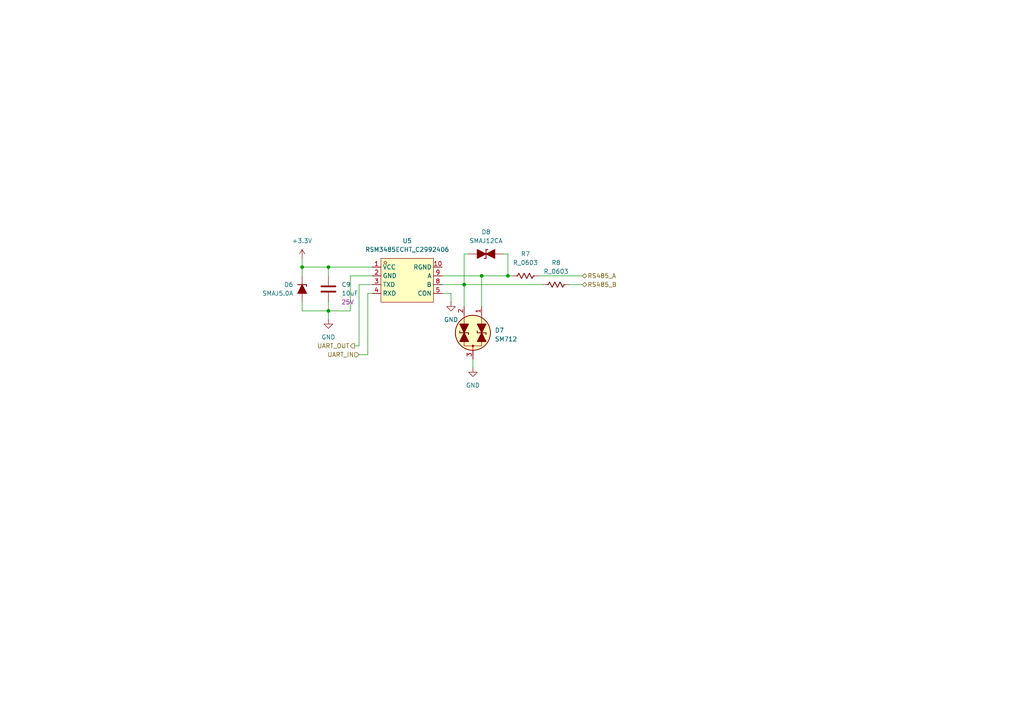
<source format=kicad_sch>
(kicad_sch (version 20250114) (generator "eeschema") (generator_version "9.0")
  (paper "A4")
  (lib_symbols
    (symbol "EasyEDA:+3.3V" (power) (pin_numbers (hide yes)) (pin_names (offset 0) (hide yes))
      (property "Value" "+3.3V" (at 0 3.556 0))
      (symbol "+3.3V_0_1"
        (polyline (pts (xy -0.762 1.27) (xy 0 2.54)))
        (polyline (pts (xy 0 2.54) (xy 0.762 1.27)))
        (polyline (pts (xy 0 0) (xy 0 2.54)))
      )
      (symbol "+3.3V_1_1"
        (pin power_in line (at 0 0 90) (length 0) (name "~") (number "1"))
      )
    )
    (symbol "EasyEDA:C_0603" (pin_numbers (hide yes)) (pin_names (offset 0.254))
      (property "Reference" "C" (at 0.635 2.54 0))
      (property "Value" "C_0603" (at 0.635 -2.54 0))
      (symbol "C_0603_0_1"
        (polyline (pts (xy -2.032 0.762) (xy 2.032 0.762)) (stroke (width 0.508)))
        (polyline (pts (xy -2.032 -0.762) (xy 2.032 -0.762)) (stroke (width 0.508)))
      )
      (symbol "C_0603_0_2"
        (polyline (pts (xy -2.54 -2.54) (xy -0.381 -0.381)))
        (polyline (pts (xy -0.508 -0.508) (xy -1.651 0.635)) (stroke (width 0.508)))
        (polyline (pts (xy -0.508 -0.508) (xy 0.635 -1.651)) (stroke (width 0.508)))
        (polyline (pts (xy 0.381 0.381) (xy 2.54 2.54)))
        (polyline (pts (xy 0.508 0.508) (xy -0.635 1.651)) (stroke (width 0.508)))
        (polyline (pts (xy 0.508 0.508) (xy 1.651 -0.635)) (stroke (width 0.508)))
      )
      (symbol "C_0603_1_1"
        (pin passive line (at 0 3.81 270) (length 2.794) (name "~") (number "1"))
        (pin passive line (at 0 -3.81 90) (length 2.794) (name "~") (number "2"))
      )
      (symbol "C_0603_1_2"
        (pin passive line (at -2.54 -2.54 90) (length 0) (name "~") (number "2"))
        (pin passive line (at 2.54 2.54 270) (length 0) (name "~") (number "1"))
      )
    )
    (symbol "EasyEDA:GND" (power) (pin_numbers (hide yes)) (pin_names (offset 0) (hide yes))
      (property "Value" "GND" (at 0 -3.81 0))
      (symbol "GND_0_1"
        (polyline (pts (xy 0 0) (xy 0 -1.27) (xy 1.27 -1.27) (xy 0 -2.54) (xy -1.27 -1.27) (xy 0 -1.27)))
      )
      (symbol "GND_1_1"
        (pin power_in line (at 0 0 270) (length 0) (name "~") (number "1"))
      )
    )
    (symbol "EasyEDA:RSM3485ECHT_C2992406"
      (property "Reference" "U" (at 0 8.89 0))
      (property "Value" "RSM3485ECHT_C2992406" (at 0 -8.89 0))
      (symbol "RSM3485ECHT_C2992406_0_1"
        (rectangle (start -7.62 6.35) (end 7.62 -6.35) (fill (type background)))
        (circle (center -6.35 5.08) (radius 0.38))
        (pin unspecified line (at -10.16 3.81 0) (length 2.54) (name "VCC") (number "1"))
        (pin unspecified line (at -10.16 1.27 0) (length 2.54) (name "GND") (number "2"))
        (pin unspecified line (at -10.16 -1.27 0) (length 2.54) (name "TXD") (number "3"))
        (pin unspecified line (at -10.16 -3.81 0) (length 2.54) (name "RXD") (number "4"))
        (pin unspecified line (at 10.16 3.81 180) (length 2.54) (name "RGND") (number "10"))
        (pin unspecified line (at 10.16 1.27 180) (length 2.54) (name "A") (number "9"))
        (pin unspecified line (at 10.16 -1.27 180) (length 2.54) (name "B") (number "8"))
        (pin unspecified line (at 10.16 -3.81 180) (length 2.54) (name "CON") (number "5"))
      )
    )
    (symbol "EasyEDA:R_0603" (pin_numbers (hide yes)) (pin_names (offset 0))
      (property "Reference" "R" (at 2.54 1.27 0))
      (property "Value" "R_0603" (at 2.54 -1.27 0))
      (symbol "R_0603_0_1"
        (polyline (pts (xy 0 2.286) (xy 0 2.54)) (stroke (width 0.254)))
        (polyline (pts (xy 0 2.286) (xy 0.762 1.905) (xy -0.762 1.143) (xy 0 0.762) (xy 0.762 0.381) (xy 0 0) (xy -0.762 -0.381) (xy 0 -0.762) (xy 0.762 -1.143) (xy 0 -1.524) (xy -0.762 -1.905) (xy 0 -2.286)) (stroke (width 0.254)))
        (polyline (pts (xy 0 -2.286) (xy 0 -2.54)) (stroke (width 0.254)))
      )
      (symbol "R_0603_0_2"
        (polyline (pts (xy -2.54 -2.54) (xy -1.778 -1.778)))
        (polyline (pts (xy -1.778 -1.778) (xy -1.524 -1.524)) (stroke (width 0.254)))
        (polyline (pts (xy -1.524 -1.524) (xy -1.778 -0.762) (xy -1.016 -1.016)) (stroke (width 0.254)))
        (polyline (pts (xy -0.508 -0.508) (xy -0.762 0.254) (xy 0 0)) (stroke (width 0.254)))
        (polyline (pts (xy -0.508 -0.508) (xy -0.254 -1.27) (xy -1.016 -1.016)) (stroke (width 0.254)))
        (polyline (pts (xy 0.508 0.508) (xy 0.254 1.27) (xy 1.016 1.016)) (stroke (width 0.254)))
        (polyline (pts (xy 0.508 0.508) (xy 0.762 -0.254) (xy 0 0)) (stroke (width 0.254)))
        (polyline (pts (xy 1.524 1.524) (xy 1.778 0.762) (xy 1.016 1.016)) (stroke (width 0.254)))
        (polyline (pts (xy 1.778 1.778) (xy 1.524 1.524)) (stroke (width 0.254)))
        (polyline (pts (xy 1.778 1.778) (xy 2.54 2.54)))
      )
      (symbol "R_0603_1_1"
        (pin passive line (at 0 3.81 270) (length 1.27) (name "~") (number "1"))
        (pin passive line (at 0 -3.81 90) (length 1.27) (name "~") (number "2"))
      )
      (symbol "R_0603_1_2"
        (pin passive line (at -2.54 -2.54 0) (length 0) (name "") (number "2"))
        (pin passive line (at 2.54 2.54 180) (length 0) (name "") (number "1"))
      )
    )
    (symbol "EasyEDA:SM712" (pin_names (offset 1.016) (hide yes))
      (property "Reference" "D" (at 0 8.89 0))
      (property "Value" "SM712" (at 0 6.35 0))
      (symbol "SM712_0_1"
        (polyline (pts (xy -6.35 0) (xy -3.81 0)))
        (circle (center -3.81 0) (radius 0.254) (fill (type outline)))
        (polyline (pts (xy -2.54 2.54) (xy -3.81 2.54) (xy -3.81 -2.54) (xy -2.54 -2.54)))
        (circle (center 0 0) (radius 5.08) (stroke (width 0.254)) (fill (type background)))
        (polyline (pts (xy 2.54 2.54) (xy 5.08 2.54)))
        (polyline (pts (xy 2.54 -2.54) (xy 5.08 -2.54)))
      )
      (symbol "SM712_0_2"
        (polyline (pts (xy -2.54 5.08) (xy -2.54 -5.08)) (stroke (width 0.254)))
        (polyline (pts (xy -2.54 0) (xy 0 0)))
        (polyline (pts (xy 0 6.35) (xy 0 7.62)))
        (arc (start -2.54 5.08) (mid 0 7.5976) (end 2.54 5.08) (stroke (width 0.254)))
        (polyline (pts (xy 0 1.27) (xy 0 -1.27)))
        (circle (center 0 0) (radius 0.254) (fill (type outline)))
        (arc (start 2.54 -5.08) (mid 0 -7.5976) (end -2.54 -5.08) (stroke (width 0.254)))
        (polyline (pts (xy 0 -6.35) (xy 0 -7.62)))
        (polyline (pts (xy 0 -7.62) (xy -1.016 -7.366) (xy -1.778 -6.858) (xy -2.286 -6.096) (xy -2.54 -5.588) (xy -2.54 5.334) (xy -2.286 6.096) (xy -2.032 6.604) (xy -1.524 7.112) (xy -0.254 7.62) (xy 0.254 7.62) (xy 1.524 7.112) (xy 2.032 6.604) (xy 2.286 6.096) (xy 2.54 5.334) (xy 2.54 0.254) (xy 2.54 -5.334) (xy 2.286 -6.096) (xy 2.032 -6.604) (xy 1.524 -7.112) (xy 1.016 -7.366) (xy 0 -7.62)) (stroke (width 0.01)) (fill (type background)))
        (polyline (pts (xy 2.54 -5.08) (xy 2.54 5.08)) (stroke (width 0.254)))
      )
      (symbol "SM712_1_1"
        (polyline (pts (xy -2.54 1.27) (xy -2.54 3.81) (xy 0 2.54) (xy -2.54 1.27)) (stroke (width 0.254)) (fill (type outline)))
        (polyline (pts (xy -2.54 -3.81) (xy -2.54 -1.27) (xy 0 -2.54) (xy -2.54 -3.81)) (stroke (width 0.254)) (fill (type outline)))
        (polyline (pts (xy -1.27 2.54) (xy 1.27 2.54)))
        (polyline (pts (xy -1.27 -2.54) (xy 1.27 -2.54)))
        (polyline (pts (xy 0 3.81) (xy 0.508 3.81)) (stroke (width 0.254)))
        (polyline (pts (xy 0 2.54) (xy 2.54 1.27) (xy 2.54 3.81) (xy 0 2.54)) (stroke (width 0.254)) (fill (type outline)))
        (polyline (pts (xy 0 1.27) (xy -0.508 1.27)) (stroke (width 0.254)))
        (polyline (pts (xy 0 1.27) (xy 0 3.81)) (stroke (width 0.254)))
        (polyline (pts (xy 0 -1.27) (xy 0.508 -1.27)) (stroke (width 0.254)))
        (polyline (pts (xy 0 -2.54) (xy 2.54 -3.81) (xy 2.54 -1.27) (xy 0 -2.54)) (stroke (width 0.254)) (fill (type outline)))
        (polyline (pts (xy 0 -3.81) (xy -0.508 -3.81)) (stroke (width 0.254)))
        (polyline (pts (xy 0 -3.81) (xy 0 -1.27)) (stroke (width 0.254)))
        (pin passive line (at -7.62 0 0) (length 2.54) (name "Com") (number "3"))
        (pin passive line (at 7.62 2.54 180) (length 2.54) (name "A2") (number "2"))
        (pin passive line (at 7.62 -2.54 180) (length 2.54) (name "A1") (number "1"))
      )
      (symbol "SM712_1_2"
        (polyline (pts (xy -1.27 3.81) (xy -1.27 4.318)) (stroke (width 0.254)))
        (polyline (pts (xy -1.27 -3.81) (xy -1.27 -3.302)) (stroke (width 0.254)))
        (polyline (pts (xy 0 3.81) (xy 1.27 6.35) (xy -1.27 6.35) (xy 0 3.81)) (stroke (width 0.254)) (fill (type outline)))
        (polyline (pts (xy 0 -3.81) (xy 1.27 -1.27) (xy -1.27 -1.27) (xy 0 -3.81)) (stroke (width 0.254)) (fill (type outline)))
        (polyline (pts (xy 1.27 3.81) (xy -1.27 3.81)) (stroke (width 0.254)))
        (polyline (pts (xy 1.27 3.81) (xy 1.27 3.302)) (stroke (width 0.254)))
        (polyline (pts (xy 1.27 1.27) (xy -1.27 1.27) (xy 0 3.81) (xy 1.27 1.27)) (stroke (width 0.254)) (fill (type outline)))
        (polyline (pts (xy 1.27 -3.81) (xy -1.27 -3.81)) (stroke (width 0.254)))
        (polyline (pts (xy 1.27 -3.81) (xy 1.27 -4.318)) (stroke (width 0.254)))
        (polyline (pts (xy 1.27 -6.35) (xy -1.27 -6.35) (xy 0 -3.81) (xy 1.27 -6.35)) (stroke (width 0.254)) (fill (type outline)))
        (pin passive line (at -5.08 0 0) (length 2.54) (name "Com") (number "3"))
        (pin passive line (at 0 10.16 270) (length 2.54) (name "A2") (number "2"))
        (pin passive line (at 0 -10.16 90) (length 2.54) (name "A1") (number "1"))
      )
    )
    (symbol "EasyEDA:SMAJ12CA" (pin_numbers (hide yes)) (pin_names (offset 1.016) (hide yes))
      (property "Reference" "D" (at 0 5.08 0))
      (property "Value" "SMAJ12CA" (at 0 2.54 0))
      (symbol "SMAJ12CA_0_1"
        (polyline (pts (xy 0 1.27) (xy 0 -1.27)) (stroke (width 0.254)))
        (polyline (pts (xy 0 1.27) (xy 0.508 1.27)) (stroke (width 0.254)))
        (polyline (pts (xy 0 0) (xy -2.54 1.27) (xy -2.54 -1.27) (xy 0 0)) (stroke (width 0.254)) (fill (type outline)))
        (polyline (pts (xy 0 -1.27) (xy -0.508 -1.27)) (stroke (width 0.254)))
        (polyline (pts (xy 1.27 0) (xy -1.27 0)))
        (polyline (pts (xy 2.54 1.27) (xy 2.54 -1.27) (xy 0 0) (xy 2.54 1.27)) (stroke (width 0.254)) (fill (type outline)))
      )
      (symbol "SMAJ12CA_0_2"
        (polyline (pts (xy -3.81 -3.81) (xy 3.81 3.81)))
        (polyline (pts (xy -1.778 -1.778) (xy -2.667 -0.889) (xy 0 0) (xy -0.889 -2.667) (xy -1.778 -1.778)) (stroke (width 0.254)) (fill (type outline)))
        (polyline (pts (xy -0.889 0.889) (xy -1.27 0.508)) (stroke (width 0.254)))
        (polyline (pts (xy -0.889 0.889) (xy 0.889 -0.889)) (stroke (width 0.254)))
        (polyline (pts (xy 0.889 -0.889) (xy 1.27 -0.508)) (stroke (width 0.254)))
        (polyline (pts (xy 1.778 1.778) (xy 2.667 0.889) (xy 0 0) (xy 0.889 2.667) (xy 1.778 1.778)) (stroke (width 0.254)) (fill (type outline)))
      )
      (symbol "SMAJ12CA_1_1"
        (pin passive line (at -5.08 0 0) (length 2.54) (name "K") (number "1"))
        (pin passive line (at 5.08 0 180) (length 2.54) (name "A") (number "2"))
      )
      (symbol "SMAJ12CA_1_2"
        (pin passive line (at -3.81 -3.81 0) (length 0) (name "A") (number "2"))
        (pin passive line (at 3.81 3.81 180) (length 0) (name "K") (number "1"))
      )
    )
    (symbol "EasyEDA:SMAJ5.0A" (pin_numbers (hide yes)) (pin_names (offset 1.016) (hide yes))
      (property "Reference" "D" (at 0 5.08 0))
      (property "Value" "SMAJ5.0A" (at 0 2.54 0))
      (symbol "SMAJ5.0A_0_1"
        (polyline (pts (xy -1.27 1.27) (xy -1.27 -1.27) (xy 1.27 0) (xy -1.27 1.27)) (stroke (width 0.254)) (fill (type outline)))
        (polyline (pts (xy -1.27 0) (xy 1.27 0)))
        (polyline (pts (xy 1.27 1.27) (xy 0.762 1.27)) (stroke (width 0.254)))
        (polyline (pts (xy 1.27 -1.27) (xy 1.27 1.27)) (stroke (width 0.254)))
      )
      (symbol "SMAJ5.0A_0_2"
        (polyline (pts (xy -2.54 -2.54) (xy 2.54 2.54)))
        (polyline (pts (xy -0.889 -0.889) (xy -1.778 0) (xy 0.889 0.889) (xy 0 -1.778) (xy -0.889 -0.889)) (stroke (width 0.254)) (fill (type outline)))
        (polyline (pts (xy 0 1.778) (xy -0.381 1.397)) (stroke (width 0.254)))
        (polyline (pts (xy 0 1.778) (xy 1.778 0)) (stroke (width 0.254)))
      )
      (symbol "SMAJ5.0A_1_1"
        (pin passive line (at -3.81 0 0) (length 2.54) (name "A") (number "2"))
        (pin passive line (at 3.81 0 180) (length 2.54) (name "K") (number "1"))
      )
      (symbol "SMAJ5.0A_1_2"
        (pin passive line (at -2.54 -2.54 0) (length 0) (name "A") (number "2"))
        (pin passive line (at 2.54 2.54 180) (length 0) (name "K") (number "1"))
      )
    )
  )
  (junction (at 134.62 82.55))
  (junction (at 87.63 77.47))
  (junction (at 95.25 77.47))
  (junction (at 139.7 80.01))
  (junction (at 147.32 80.01))
  (junction (at 95.25 90.17))
  (wire (pts (xy 87.63 74.93) (xy 87.63 77.47)))
  (wire (pts (xy 87.63 77.47) (xy 95.25 77.47)))
  (wire (pts (xy 139.7 80.01) (xy 139.7 88.9)))
  (wire (pts (xy 95.25 92.71) (xy 95.25 90.17)))
  (wire (pts (xy 104.14 82.55) (xy 104.14 100.33)))
  (wire (pts (xy 128.27 82.55) (xy 134.62 82.55)))
  (wire (pts (xy 87.63 77.47) (xy 87.63 80.01)))
  (wire (pts (xy 134.62 73.66) (xy 134.62 82.55)))
  (wire (pts (xy 106.68 85.09) (xy 107.95 85.09)))
  (wire (pts (xy 130.81 87.63) (xy 130.81 85.09)))
  (wire (pts (xy 134.62 88.9) (xy 134.62 82.55)))
  (wire (pts (xy 87.63 87.63) (xy 87.63 90.17)))
  (wire (pts (xy 106.68 102.87) (xy 106.68 85.09)))
  (wire (pts (xy 128.27 80.01) (xy 139.7 80.01)))
  (wire (pts (xy 135.89 73.66) (xy 134.62 73.66)))
  (wire (pts (xy 147.32 80.01) (xy 148.59 80.01)))
  (wire (pts (xy 101.6 80.01) (xy 107.95 80.01)))
  (wire (pts (xy 104.14 102.87) (xy 106.68 102.87)))
  (wire (pts (xy 104.14 82.55) (xy 107.95 82.55)))
  (wire (pts (xy 130.81 85.09) (xy 128.27 85.09)))
  (wire (pts (xy 95.25 77.47) (xy 95.25 80.01)))
  (wire (pts (xy 137.16 104.14) (xy 137.16 106.68)))
  (wire (pts (xy 95.25 77.47) (xy 107.95 77.47)))
  (wire (pts (xy 146.05 73.66) (xy 147.32 73.66)))
  (wire (pts (xy 147.32 73.66) (xy 147.32 80.01)))
  (wire (pts (xy 165.1 82.55) (xy 168.91 82.55)))
  (wire (pts (xy 95.25 87.63) (xy 95.25 90.17)))
  (wire (pts (xy 102.87 100.33) (xy 104.14 100.33)))
  (wire (pts (xy 139.7 80.01) (xy 147.32 80.01)))
  (wire (pts (xy 134.62 82.55) (xy 157.48 82.55)))
  (wire (pts (xy 87.63 90.17) (xy 95.25 90.17)))
  (wire (pts (xy 95.25 90.17) (xy 101.6 90.17)))
  (wire (pts (xy 101.6 90.17) (xy 101.6 80.01)))
  (wire (pts (xy 156.21 80.01) (xy 168.91 80.01)))
  (hierarchical_label "RS485_A" (shape bidirectional) (at 168.91 80.01 0))
  (hierarchical_label "RS485_B" (shape bidirectional) (at 168.91 82.55 0))
  (hierarchical_label "UART_IN" (shape input) (at 104.14 102.87 180))
  (hierarchical_label "UART_OUT" (shape output) (at 102.87 100.33 180))
  (symbol (lib_id "EasyEDA:C_0603") (at 95.25 83.82 0) (unit 1)
    (property "Reference" "C9" (at 99.06 82.5499 0) (effects (justify left)))
    (property "Value" "10uF" (at 99.06 85.0899 0) (effects (justify left)))
    (property "Footprint" "PCM_Capacitor_SMD_AKL:C_0603_1608Metric" (effects (hide yes)))
    (property "Description" "SMD 0603 MLCC capacitor, Alternate KiCad Library" (effects (hide yes)))
    (property "Vol" "25V" (at 100.838 87.63 0))
  )
  (symbol (lib_id "EasyEDA:GND") (at 137.16 106.68 0) (unit 1)
    (property "Reference" "#PWR025" (effects (hide yes)))
    (property "Value" "GND" (at 137.16 111.76 0))
    (property "Description" "Power symbol creates a global label with name \"GND\" , ground" (effects (hide yes)))
  )
  (symbol (lib_id "EasyEDA:SMAJ5.0A") (at 87.63 83.82 270) (mirror x) (unit 1)
    (property "Reference" "D6" (at 85.09 82.5499 90) (effects (justify right)))
    (property "Value" "SMAJ5.0A" (at 85.09 85.0899 90) (effects (justify right)))
    (property "Footprint" "PCM_Diode_SMD_AKL:D_SMA" (effects (hide yes)))
    (property "Datasheet" "https://www.tme.eu/Document/dbc72d81c249fe51b6ab42300e8e06d0/SMAJ_ser.pdf" (effects (hide yes)))
    (property "Description" "SMA Unidirectional TVS diode, 5V, 400W, Alternate KiCAD Library" (effects (hide yes)))
  )
  (symbol (lib_id "EasyEDA:SM712") (at 137.16 96.52 90) (unit 1)
    (property "Reference" "D7" (at 143.51 95.8214 90) (effects (justify right)))
    (property "Value" "SM712" (at 143.51 98.3614 90) (effects (justify right)))
    (property "Footprint" "PCM_Package_TO_SOT_SMD_AKL:SOT-23" (effects (hide yes)))
    (property "Datasheet" "https://www.tme.eu/Document/75933fc1842e5f5f3391c0542bf992c7/SM712.pdf" (effects (hide yes)))
    (property "Description" "SOT-23 Dual bidirectional TVS diode, 12V/7V, 600W, Alternate KiCAD Library" (effects (hide yes)))
  )
  (symbol (lib_id "EasyEDA:R_0603") (at 152.4 80.01 90) (unit 1)
    (property "Reference" "R7" (at 152.4 73.66 90))
    (property "Value" "R_0603" (at 152.4 76.2 90))
    (property "Footprint" "PCM_Resistor_SMD_AKL:R_0603_1608Metric" (effects (hide yes)))
    (property "Description" "SMD 0603 Chip Resistor, US Symbol, Alternate KiCad Library" (effects (hide yes)))
  )
  (symbol (lib_id "EasyEDA:SMAJ12CA") (at 140.97 73.66 0) (unit 1)
    (property "Reference" "D8" (at 140.97 67.31 0))
    (property "Value" "SMAJ12CA" (at 140.97 69.85 0))
    (property "Footprint" "PCM_Diode_SMD_AKL:D_SMA_TVS" (effects (hide yes)))
    (property "Datasheet" "https://www.tme.eu/Document/dbc72d81c249fe51b6ab42300e8e06d0/SMAJ_ser.pdf" (effects (hide yes)))
    (property "Description" "SMA Bidirectional TVS Diode, 12V, 400W, Alternate KiCAD Library" (effects (hide yes)))
  )
  (symbol (lib_id "EasyEDA:GND") (at 95.25 92.71 0) (unit 1)
    (property "Reference" "#PWR023" (effects (hide yes)))
    (property "Value" "GND" (at 95.25 97.79 0))
    (property "Description" "Power symbol creates a global label with name \"GND\" , ground" (effects (hide yes)))
  )
  (symbol (lib_id "EasyEDA:RSM3485ECHT_C2992406") (at 118.11 81.28 0) (unit 1)
    (property "Reference" "U5" (at 118.11 69.85 0))
    (property "Value" "RSM3485ECHT_C2992406" (at 118.11 72.39 0))
    (property "Footprint" "EasyEDA:COMM-TH_8P-L19.5-W16.5-P2.54-BL" (effects (hide yes)))
    (property "LCSC Part" "C2992406" (effects (hide yes)))
  )
  (symbol (lib_id "EasyEDA:R_0603") (at 161.29 82.55 90) (unit 1)
    (property "Reference" "R8" (at 161.29 76.2 90))
    (property "Value" "R_0603" (at 161.29 78.74 90))
    (property "Footprint" "PCM_Resistor_SMD_AKL:R_0603_1608Metric" (effects (hide yes)))
    (property "Description" "SMD 0603 Chip Resistor, US Symbol, Alternate KiCad Library" (effects (hide yes)))
  )
  (symbol (lib_id "EasyEDA:+3.3V") (at 87.63 74.93 0) (unit 1)
    (property "Reference" "#PWR022" (effects (hide yes)))
    (property "Value" "+3.3V" (at 87.63 69.85 0))
    (property "Description" "Power symbol creates a global label with name \"+3.3V\"" (effects (hide yes)))
  )
  (symbol (lib_id "EasyEDA:GND") (at 130.81 87.63 0) (unit 1)
    (property "Reference" "#PWR024" (effects (hide yes)))
    (property "Value" "GND" (at 130.81 92.71 0))
    (property "Description" "Power symbol creates a global label with name \"GND\" , ground" (effects (hide yes)))
  )
)
</source>
